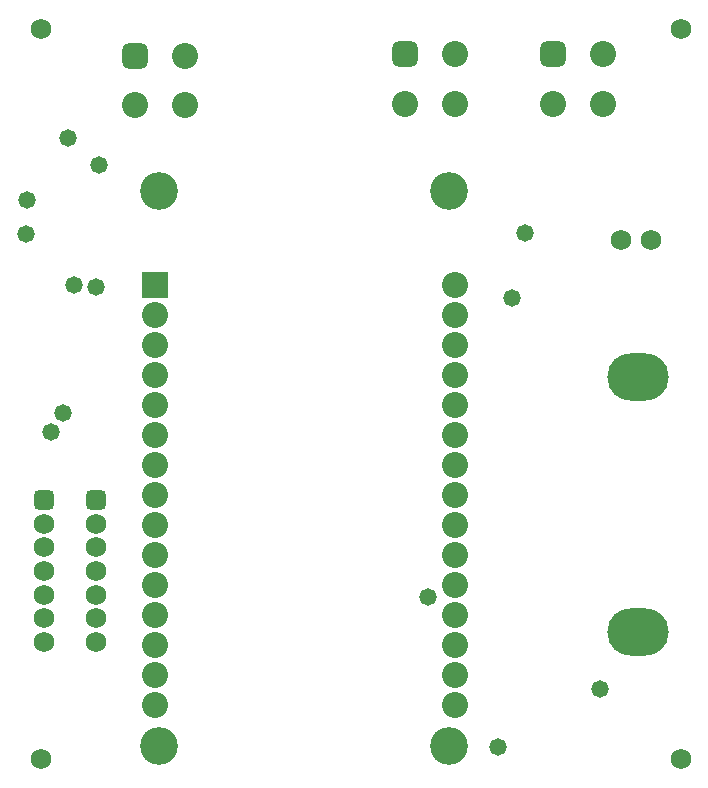
<source format=gbr>
%FSLAX23Y23*%
%MOIN*%
%SFA1B1*%

%IPPOS*%
%AMD39*
4,1,8,0.023600,0.078800,-0.023600,0.078800,-0.102400,0.000000,-0.102400,0.000000,-0.023600,-0.078800,0.023600,-0.078800,0.102400,0.000000,0.102400,0.000000,0.023600,0.078800,0.0*
1,1,0.157606,0.023600,0.000000*
1,1,0.157606,-0.023600,0.000000*
1,1,0.157606,-0.023600,0.000000*
1,1,0.157606,0.023600,0.000000*
%
%AMD41*
4,1,8,0.015000,0.034000,-0.015000,0.034000,-0.034000,0.015000,-0.034000,-0.015000,-0.015000,-0.034000,0.015000,-0.034000,0.034000,-0.015000,0.034000,0.015000,0.015000,0.034000,0.0*
1,1,0.038000,0.015000,0.015000*
1,1,0.038000,-0.015000,0.015000*
1,1,0.038000,-0.015000,-0.015000*
1,1,0.038000,0.015000,-0.015000*
%
%AMD42*
4,1,8,0.019700,0.043400,-0.019700,0.043400,-0.043400,0.019700,-0.043400,-0.019700,-0.019700,-0.043400,0.019700,-0.043400,0.043400,-0.019700,0.043400,0.019700,0.019700,0.043400,0.0*
1,1,0.047370,0.019700,0.019700*
1,1,0.047370,-0.019700,0.019700*
1,1,0.047370,-0.019700,-0.019700*
1,1,0.047370,0.019700,-0.019700*
%
%ADD36R,0.086740X0.086740*%
%ADD37C,0.086740*%
%ADD38C,0.126110*%
G04~CAMADD=39~8~0.0~0.0~2048.5~1576.1~788.0~0.0~15~0.0~0.0~0.0~0.0~0~0.0~0.0~0.0~0.0~0~0.0~0.0~0.0~0.0~2048.5~1576.1*
%ADD39D39*%
%ADD40C,0.068000*%
G04~CAMADD=41~8~0.0~0.0~680.0~680.0~190.0~0.0~15~0.0~0.0~0.0~0.0~0~0.0~0.0~0.0~0.0~0~0.0~0.0~0.0~0.0~680.0~680.0*
%ADD41D41*%
G04~CAMADD=42~8~0.0~0.0~867.4~867.4~236.9~0.0~15~0.0~0.0~0.0~0.0~0~0.0~0.0~0.0~0.0~0~0.0~0.0~0.0~0.0~867.4~867.4*
%ADD42D42*%
%ADD43C,0.068000*%
%ADD44C,0.058000*%
%LNecu_freio_2024_equipe_imperador_soldermask_bot-1*%
%LPD*%
G54D36*
X3200Y3775D03*
G54D37*
X3200Y3675D03*
Y3575D03*
Y3475D03*
Y3375D03*
Y3275D03*
Y3175D03*
Y3075D03*
Y2975D03*
Y2875D03*
Y2775D03*
Y2675D03*
Y2575D03*
Y2475D03*
Y2375D03*
X4200Y3775D03*
Y3675D03*
Y3575D03*
Y3475D03*
Y3375D03*
Y3275D03*
Y3175D03*
Y3075D03*
Y2975D03*
Y2875D03*
Y2775D03*
Y2675D03*
Y2575D03*
Y2475D03*
Y2375D03*
X4035Y4380D03*
X4200Y4545D03*
Y4380D03*
X3134Y4374D03*
X3300Y4540D03*
Y4374D03*
X4529Y4380D03*
X4695Y4545D03*
Y4380D03*
G54D38*
X3216Y2240D03*
X4181D03*
Y4089D03*
X3216D03*
G54D39*
X4810Y2620D03*
Y3470D03*
G54D40*
X4855Y3925D03*
X4755D03*
X3005Y2585D03*
Y2665D03*
Y2743D03*
Y2822D03*
Y2901D03*
Y2979D03*
X2830Y2585D03*
Y2665D03*
Y2743D03*
Y2822D03*
Y2901D03*
Y2979D03*
G54D41*
X3005Y3058D03*
X2830D03*
G54D42*
X4035Y4545D03*
X3134Y4540D03*
X4529Y4545D03*
G54D43*
X4955Y4630D03*
Y2195D03*
X2820D03*
Y4630D03*
G54D44*
X2855Y3285D03*
X4685Y2430D03*
X4392Y3732D03*
X4110Y2735D03*
X2770Y3945D03*
X2775Y4060D03*
X2930Y3775D03*
X3005Y3770D03*
X3015Y4175D03*
X2910Y4265D03*
X4345Y2235D03*
X2895Y3350D03*
X4435Y3947D03*
M02*
</source>
